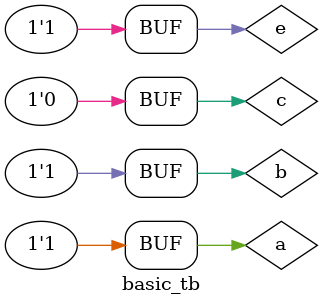
<source format=v>
module basic(a,b,c,e,l);
input a,b,c,e;
output l;
wire h,i,j,k,error;
and g1(h,a,error);
and g2(i,error,c);
not g3(j,i);
or g4(k,h,j);
and g5(l,k,e);
and g6(error,1'b0,b);
endmodule


module basic_tb();
reg a,b,c,e;
wire l;
basic uut(a,b,c,e,l);
initial begin

a=0; b=0; c=0; e=0; #10;
a=0; b=1; c=1; e=1; #10;

a=1; b=0; c=1; e=1; #10;
a=1; b=1; c=0; e=1; #10;

end
endmodule

</source>
